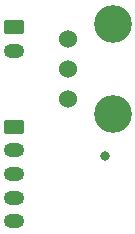
<source format=gbr>
%TF.GenerationSoftware,KiCad,Pcbnew,(6.0.1)*%
%TF.CreationDate,2022-07-01T15:08:56-07:00*%
%TF.ProjectId,mu100-dit,6d753130-302d-4646-9974-2e6b69636164,rev?*%
%TF.SameCoordinates,Original*%
%TF.FileFunction,Soldermask,Bot*%
%TF.FilePolarity,Negative*%
%FSLAX46Y46*%
G04 Gerber Fmt 4.6, Leading zero omitted, Abs format (unit mm)*
G04 Created by KiCad (PCBNEW (6.0.1)) date 2022-07-01 15:08:56*
%MOMM*%
%LPD*%
G01*
G04 APERTURE LIST*
G04 Aperture macros list*
%AMRoundRect*
0 Rectangle with rounded corners*
0 $1 Rounding radius*
0 $2 $3 $4 $5 $6 $7 $8 $9 X,Y pos of 4 corners*
0 Add a 4 corners polygon primitive as box body*
4,1,4,$2,$3,$4,$5,$6,$7,$8,$9,$2,$3,0*
0 Add four circle primitives for the rounded corners*
1,1,$1+$1,$2,$3*
1,1,$1+$1,$4,$5*
1,1,$1+$1,$6,$7*
1,1,$1+$1,$8,$9*
0 Add four rect primitives between the rounded corners*
20,1,$1+$1,$2,$3,$4,$5,0*
20,1,$1+$1,$4,$5,$6,$7,0*
20,1,$1+$1,$6,$7,$8,$9,0*
20,1,$1+$1,$8,$9,$2,$3,0*%
G04 Aperture macros list end*
%ADD10C,3.200000*%
%ADD11C,1.524000*%
%ADD12RoundRect,0.250000X-0.625000X0.350000X-0.625000X-0.350000X0.625000X-0.350000X0.625000X0.350000X0*%
%ADD13O,1.750000X1.200000*%
%ADD14C,0.800000*%
G04 APERTURE END LIST*
D10*
%TO.C,U1*%
X56350000Y-103660000D03*
X56350000Y-96040000D03*
D11*
X52540000Y-97310000D03*
X52540000Y-99850000D03*
X52540000Y-102390000D03*
%TD*%
D12*
%TO.C,J2*%
X47916000Y-96282000D03*
D13*
X47916000Y-98282000D03*
%TD*%
D12*
%TO.C,J1*%
X47916000Y-104712000D03*
D13*
X47916000Y-106712000D03*
X47916000Y-108712000D03*
X47916000Y-110712000D03*
X47916000Y-112712000D03*
%TD*%
D14*
X55626000Y-107188000D03*
M02*

</source>
